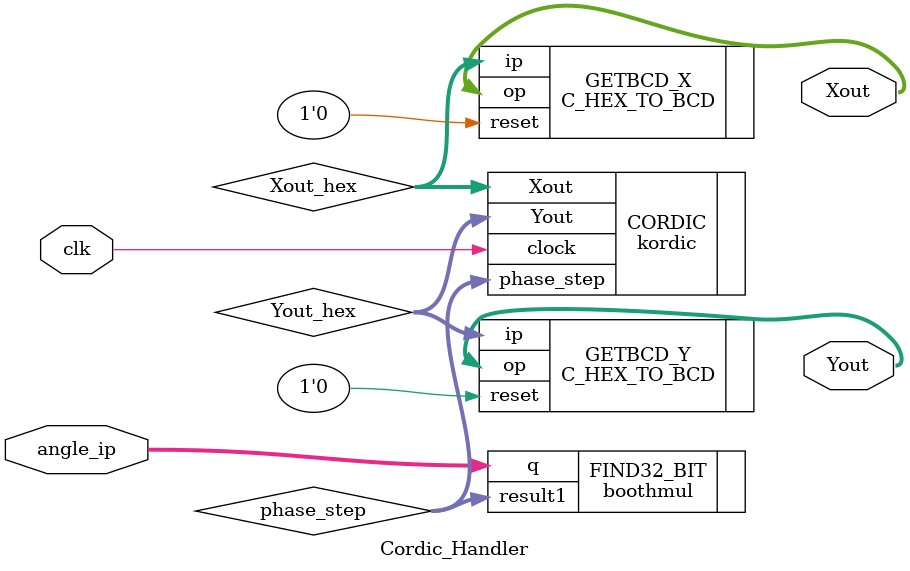
<source format=v>
`timescale 1ns / 1ps
module Cordic_Handler(		clk,
									angle_ip,
									Xout,
									Yout
    );
	 
input clk;
input [8:0] angle_ip;
output wire [47:0] Xout,Yout;

wire [21:0] Xout_hex,Yout_hex;
wire [31:0] phase_step;
boothmul FIND32_BIT (	.result1(phase_step),
								.q(angle_ip)
								);

kordic CORDIC  (	.clock(clk), 
						.phase_step(phase_step), 
						.Xout(Xout_hex), 
						.Yout(Yout_hex)
						);


C_HEX_TO_BCD GETBCD_X (.reset(1'b0),
							.ip(Xout_hex),
							.op(Xout)
							);

C_HEX_TO_BCD GETBCD_Y (.reset(1'b0),
							.ip(Yout_hex),
							.op(Yout)
						);


endmodule

</source>
